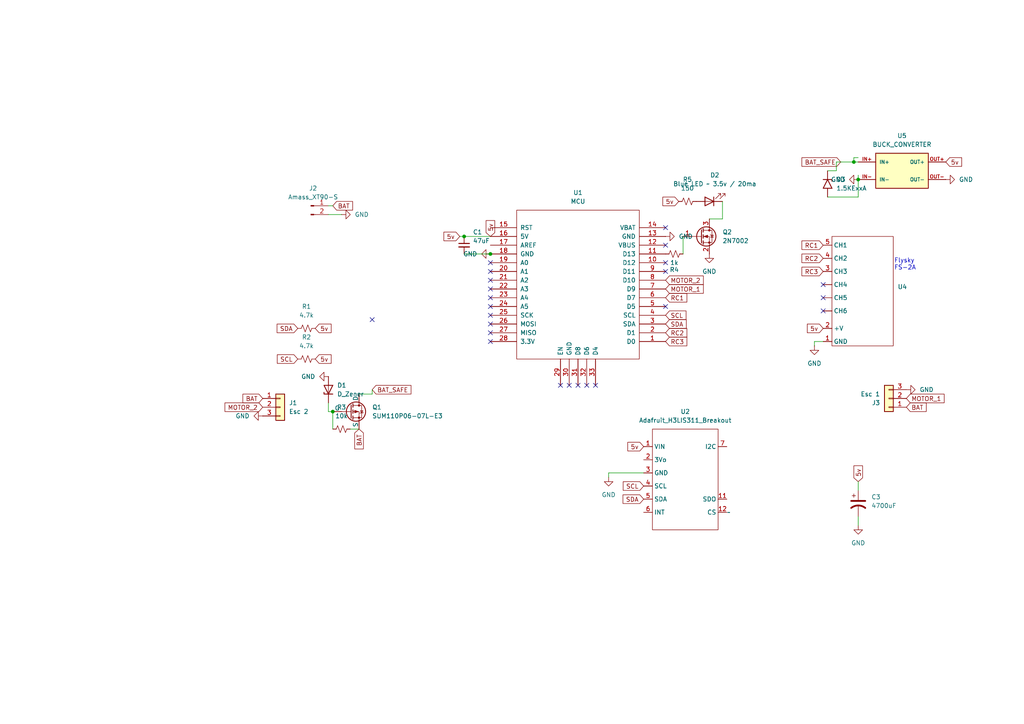
<source format=kicad_sch>
(kicad_sch (version 20250114) (generator "eeschema") (generator_version "9.0")
  (paper "A4")
  (lib_symbols
    (symbol "Adafruit ItsyBitsy 32u4 - 5V 16MHz:Adafruit_ItsyBitsy_32u4_-_5V_16MHz"
      (property "Reference" "U" (at 0 0 0))
    )
    (symbol "Adafruit ItsyBitsy 32u4 - 5V 16MHz:MCU" (pin_names (offset 1.016))
      (property "Reference" "U" (at 0 -2.54 0))
      (property "Value" "MCU" (at 0 2.54 0))
      (symbol "MCU_1_0"
        (rectangle (start -17.78 -21.59) (end 17.78 21.59))
      )
      (symbol "MCU_1_1"
        (pin input line (at -25.4 16.51 0) (length 7.62) (name "RST") (number "15"))
        (pin input line (at -25.4 13.97 0) (length 7.62) (name "5V") (number "16"))
        (pin input line (at -25.4 11.43 0) (length 7.62) (name "AREF") (number "17"))
        (pin input line (at -25.4 8.89 0) (length 7.62) (name "GND") (number "18"))
        (pin input line (at -25.4 6.35 0) (length 7.62) (name "A0") (number "19"))
        (pin input line (at -25.4 3.81 0) (length 7.62) (name "A1") (number "20"))
        (pin input line (at -25.4 1.27 0) (length 7.62) (name "A2") (number "21"))
        (pin input line (at -25.4 -1.27 0) (length 7.62) (name "A3") (number "22"))
        (pin input line (at -25.4 -3.81 0) (length 7.62) (name "A4") (number "23"))
        (pin input line (at -25.4 -6.35 0) (length 7.62) (name "A5") (number "24"))
        (pin input line (at -25.4 -8.89 0) (length 7.62) (name "SCK") (number "25"))
        (pin input line (at -25.4 -11.43 0) (length 7.62) (name "MOSI") (number "26"))
        (pin input line (at -25.4 -13.97 0) (length 7.62) (name "MISO") (number "27"))
        (pin input line (at -25.4 -16.51 0) (length 7.62) (name "3.3V") (number "28"))
        (pin input line (at -5.08 -29.21 90) (length 7.62) (name "EN") (number "29"))
        (pin input line (at -2.54 -29.21 90) (length 7.62) (name "GND") (number "30"))
        (pin input line (at 0 -29.21 90) (length 7.62) (name "D8") (number "31"))
        (pin input line (at 2.54 -29.21 90) (length 7.62) (name "D6") (number "32"))
        (pin input line (at 5.08 -29.21 90) (length 7.62) (name "D4") (number "33"))
        (pin input line (at 25.4 16.51 180) (length 7.62) (name "VBAT") (number "14"))
        (pin input line (at 25.4 13.97 180) (length 7.62) (name "GND") (number "13"))
        (pin input line (at 25.4 11.43 180) (length 7.62) (name "VBUS") (number "12"))
        (pin input line (at 25.4 8.89 180) (length 7.62) (name "D13") (number "11"))
        (pin input line (at 25.4 6.35 180) (length 7.62) (name "D12") (number "10"))
        (pin input line (at 25.4 3.81 180) (length 7.62) (name "D11") (number "9"))
        (pin input line (at 25.4 1.27 180) (length 7.62) (name "D10") (number "8"))
        (pin input line (at 25.4 -1.27 180) (length 7.62) (name "D9") (number "7"))
        (pin input line (at 25.4 -3.81 180) (length 7.62) (name "D7") (number "6"))
        (pin input line (at 25.4 -6.35 180) (length 7.62) (name "D5") (number "5"))
        (pin input line (at 25.4 -8.89 180) (length 7.62) (name "SCL") (number "4"))
        (pin input line (at 25.4 -11.43 180) (length 7.62) (name "SDA") (number "3"))
        (pin input line (at 25.4 -13.97 180) (length 7.62) (name "D1") (number "2"))
        (pin input line (at 25.4 -16.51 180) (length 7.62) (name "D0") (number "1"))
      )
    )
    (symbol "Amass_XT60PW:Amass_XT60PW" (pin_names (offset 1.016) (hide yes))
      (property "Reference" "J" (at -5.08 2.54 0))
      (property "Value" "Amass_XT60PW" (at -2.54 -5.08 0))
      (symbol "Amass_XT60PW_1_1"
        (rectangle (start -4.2164 0.127) (end -5.08 -0.127) (stroke (width 0.1524)) (fill (type outline)))
        (rectangle (start -4.2164 -2.413) (end -5.08 -2.667) (stroke (width 0.1524)) (fill (type outline)))
        (polyline (pts (xy -3.81 0) (xy -4.2164 0)) (stroke (width 0.1524)))
        (polyline (pts (xy -3.81 -2.54) (xy -4.2164 -2.54)) (stroke (width 0.1524)))
        (pin passive line (at 0 0 180) (length 3.81) (name "Pin_1") (number "1"))
        (pin passive line (at 0 -2.54 180) (length 3.81) (name "Pin_2") (number "2"))
      )
    )
    (symbol "Connector_Generic:Conn_01x03" (pin_names (offset 1.016) (hide yes))
      (property "Reference" "J" (at 0 5.08 0))
      (property "Value" "Conn_01x03" (at 0 -5.08 0))
      (symbol "Conn_01x03_1_1"
        (rectangle (start -1.27 3.81) (end 1.27 -3.81) (stroke (width 0.254)) (fill (type background)))
        (rectangle (start -1.27 2.667) (end 0 2.413) (stroke (width 0.1524)))
        (rectangle (start -1.27 0.127) (end 0 -0.127) (stroke (width 0.1524)))
        (rectangle (start -1.27 -2.413) (end 0 -2.667) (stroke (width 0.1524)))
        (pin passive line (at -5.08 2.54 0) (length 3.81) (name "Pin_1") (number "1"))
        (pin passive line (at -5.08 0 0) (length 3.81) (name "Pin_2") (number "2"))
        (pin passive line (at -5.08 -2.54 0) (length 3.81) (name "Pin_3") (number "3"))
      )
    )
    (symbol "Device:Adafruit_H3LIS311_Breakout"
      (property "Reference" "U2" (at 18.415 36.83 0))
      (property "Value" "Adafruit_H3LIS311_Breakout" (at 18.415 34.29 0))
      (symbol "Adafruit_H3LIS311_Breakout_0_1"
        (rectangle (start 8.89 31.75) (end 27.94 2.54))
      )
      (symbol "Adafruit_H3LIS311_Breakout_1_1"
        (pin input line (at 6.35 26.67 0) (length 2.54) (name "VIN") (number "1"))
        (pin input line (at 6.35 22.86 0) (length 2.54) (name "3Vo") (number "2"))
        (pin input line (at 6.35 19.05 0) (length 2.54) (name "GND") (number "3"))
        (pin input line (at 6.35 15.24 0) (length 2.54) (name "SCL") (number "4"))
        (pin input line (at 6.35 11.43 0) (length 2.54) (name "SDA") (number "5"))
        (pin input line (at 6.35 7.62 0) (length 2.54) (name "INT") (number "6"))
        (pin input line (at 30.48 26.67 180) (length 2.54) (name "I2C") (number "7"))
        (pin input line (at 30.48 11.43 180) (length 2.54) (name "SDO") (number "11"))
        (pin input line (at 30.48 7.62 180) (length 2.54) (name "CS") (number "12"))
      )
    )
    (symbol "Device:C_Polarized_US" (pin_numbers (hide yes)) (pin_names (offset 0.254) (hide yes))
      (property "Reference" "C" (at 0.635 2.54 0))
      (property "Value" "C_Polarized_US" (at 0.635 -2.54 0))
      (symbol "C_Polarized_US_0_1"
        (polyline (pts (xy -2.032 0.762) (xy 2.032 0.762)) (stroke (width 0.508)))
        (polyline (pts (xy -1.778 2.286) (xy -0.762 2.286)))
        (polyline (pts (xy -1.27 1.778) (xy -1.27 2.794)))
        (arc (start -2.032 -1.27) (mid 0 -0.5572) (end 2.032 -1.27) (stroke (width 0.508)))
      )
      (symbol "C_Polarized_US_1_1"
        (pin passive line (at 0 3.81 270) (length 2.794) (name "~") (number "1"))
        (pin passive line (at 0 -3.81 90) (length 3.302) (name "~") (number "2"))
      )
    )
    (symbol "Device:D_Zener" (pin_numbers (hide yes)) (pin_names (offset 1.016) (hide yes))
      (property "Reference" "D" (at 0 2.54 0))
      (property "Value" "D_Zener" (at 0 -2.54 0))
      (symbol "D_Zener_0_1"
        (polyline (pts (xy -1.27 -1.27) (xy -1.27 1.27) (xy -0.762 1.27)) (stroke (width 0.254)))
        (polyline (pts (xy 1.27 0) (xy -1.27 0)))
        (polyline (pts (xy 1.27 -1.27) (xy 1.27 1.27) (xy -1.27 0) (xy 1.27 -1.27)) (stroke (width 0.254)))
      )
      (symbol "D_Zener_1_1"
        (pin passive line (at -3.81 0 0) (length 2.54) (name "K") (number "1"))
        (pin passive line (at 3.81 0 180) (length 2.54) (name "A") (number "2"))
      )
    )
    (symbol "Device:LED" (pin_numbers (hide yes)) (pin_names (offset 1.016) (hide yes))
      (property "Reference" "D" (at 0 2.54 0))
      (property "Value" "LED" (at 0 -2.54 0))
      (symbol "LED_0_1"
        (polyline (pts (xy -3.048 -0.762) (xy -4.572 -2.286) (xy -3.81 -2.286) (xy -4.572 -2.286) (xy -4.572 -1.524)))
        (polyline (pts (xy -1.778 -0.762) (xy -3.302 -2.286) (xy -2.54 -2.286) (xy -3.302 -2.286) (xy -3.302 -1.524)))
        (polyline (pts (xy -1.27 0) (xy 1.27 0)))
        (polyline (pts (xy -1.27 -1.27) (xy -1.27 1.27)) (stroke (width 0.254)))
        (polyline (pts (xy 1.27 -1.27) (xy 1.27 1.27) (xy -1.27 0) (xy 1.27 -1.27)) (stroke (width 0.254)))
      )
      (symbol "LED_1_1"
        (pin passive line (at -3.81 0 0) (length 2.54) (name "K") (number "1"))
        (pin passive line (at 3.81 0 180) (length 2.54) (name "A") (number "2"))
      )
    )
    (symbol "Device:RC_RECEIVER"
      (property "Reference" "U4" (at 31.75 19.6851 0))
      (symbol "RC_RECEIVER_0_1"
        (rectangle (start 12.7 34.29) (end 30.48 2.54))
      )
      (symbol "RC_RECEIVER_1_1"
        (pin input line (at 10.16 31.75 0) (length 2.54) (name "CH1") (number "5"))
        (pin input line (at 10.16 27.94 0) (length 2.54) (name "CH2") (number "4"))
        (pin input line (at 10.16 24.13 0) (length 2.54) (name "CH3") (number "3"))
        (pin input line (at 10.16 20.32 0) (length 2.54) (name "CH4") (number ""))
        (pin input line (at 10.16 16.51 0) (length 2.54) (name "CH5") (number ""))
        (pin input line (at 10.16 12.7 0) (length 2.54) (name "CH6") (number ""))
        (pin input line (at 10.16 7.62 0) (length 2.54) (name "+V") (number "2"))
        (pin input line (at 10.16 3.81 0) (length 2.54) (name "GND") (number "1"))
      )
    )
    (symbol "Diode:1.5KExxA" (pin_numbers (hide yes)) (pin_names (offset 1.016) (hide yes))
      (property "Reference" "D" (at 0 2.54 0))
      (property "Value" "1.5KExxA" (at 0 -2.54 0))
      (symbol "1.5KExxA_0_1"
        (polyline (pts (xy -0.762 1.27) (xy -1.27 1.27) (xy -1.27 -1.27)) (stroke (width 0.254)))
        (polyline (pts (xy 1.27 1.27) (xy 1.27 -1.27) (xy -1.27 0) (xy 1.27 1.27)) (stroke (width 0.254)))
      )
      (symbol "1.5KExxA_1_1"
        (pin passive line (at -3.81 0 0) (length 2.54) (name "A1") (number "1"))
        (pin passive line (at 3.81 0 180) (length 2.54) (name "A2") (number "2"))
      )
    )
    (symbol "Simulation_SPICE:PMOS" (pin_numbers (hide yes)) (pin_names (offset 0))
      (property "Reference" "Q" (at 5.08 1.27 0))
      (property "Value" "PMOS" (at 5.08 -1.27 0))
      (symbol "PMOS_0_1"
        (polyline (pts (xy 0.254 1.905) (xy 0.254 -1.905)) (stroke (width 0.254)))
        (polyline (pts (xy 0.254 0) (xy -2.54 0)))
        (polyline (pts (xy 0.762 2.286) (xy 0.762 1.27)) (stroke (width 0.254)))
        (polyline (pts (xy 0.762 1.778) (xy 3.302 1.778) (xy 3.302 -1.778) (xy 0.762 -1.778)))
        (polyline (pts (xy 0.762 0.508) (xy 0.762 -0.508)) (stroke (width 0.254)))
        (polyline (pts (xy 0.762 -1.27) (xy 0.762 -2.286)) (stroke (width 0.254)))
        (circle (center 1.651 0) (radius 2.794) (stroke (width 0.254)))
        (polyline (pts (xy 2.286 0) (xy 1.27 0.381) (xy 1.27 -0.381) (xy 2.286 0)) (fill (type outline)))
        (polyline (pts (xy 2.54 2.54) (xy 2.54 1.778)))
        (circle (center 2.54 1.778) (radius 0.254) (fill (type outline)))
        (circle (center 2.54 -1.778) (radius 0.254) (fill (type outline)))
        (polyline (pts (xy 2.54 -2.54) (xy 2.54 0) (xy 0.762 0)))
        (polyline (pts (xy 2.794 -0.508) (xy 2.921 -0.381) (xy 3.683 -0.381) (xy 3.81 -0.254)))
        (polyline (pts (xy 3.302 -0.381) (xy 2.921 0.254) (xy 3.683 0.254) (xy 3.302 -0.381)))
      )
      (symbol "PMOS_1_1"
        (pin input line (at -5.08 0 0) (length 2.54) (name "G") (number "2"))
        (pin passive line (at 2.54 5.08 270) (length 2.54) (name "D") (number "1"))
        (pin passive line (at 2.54 -5.08 90) (length 2.54) (name "S") (number "3"))
      )
    )
    (symbol "SparkFun-Capacitor:47uF_0805_6.3V_20%" (pin_numbers (hide yes)) (pin_names (offset 0.254))
      (property "Reference" "C" (at 0.635 2.54 0))
      (property "Value" "47uF" (at 0.635 -2.54 0))
      (property "Voltage" "6.3V" (at 0 -6.35 0))
      (property "Tolerance" "20%" (at 0 -8.89 0))
      (symbol "47uF_0805_6.3V_20%_0_1"
        (polyline (pts (xy -1.524 0.508) (xy 1.524 0.508)) (stroke (width 0.3048)))
        (polyline (pts (xy -1.524 -0.508) (xy 1.524 -0.508)) (stroke (width 0.3302)))
      )
      (symbol "47uF_0805_6.3V_20%_1_1"
        (pin passive line (at 0 2.54 270) (length 2.032) (name "~") (number "1"))
        (pin passive line (at 0 -2.54 90) (length 2.032) (name "~") (number "2"))
      )
    )
    (symbol "SparkFun-Resistor:10k_0402" (pin_numbers (hide yes)) (pin_names (offset 0))
      (property "Reference" "R" (at 0 -2.54 0))
      (property "Value" "10k" (at 0 2.54 0))
      (symbol "10k_0402_0_1"
        (polyline (pts (xy -1.524 0) (xy -1.143 1.016) (xy -0.762 0) (xy -0.381 -1.016) (xy 0 0)))
        (polyline (pts (xy 0 0) (xy 0.381 1.016) (xy 0.762 0) (xy 1.143 -1.016) (xy 1.524 0)))
      )
      (symbol "10k_0402_1_1"
        (pin passive line (at -2.54 0 0) (length 1.016) (name "~") (number "1"))
        (pin passive line (at 2.54 0 180) (length 1.016) (name "~") (number "2"))
      )
    )
    (symbol "Transistor_FET:2N7002" (pin_names (hide yes))
      (property "Reference" "Q" (at 5.08 1.905 0))
      (property "Value" "2N7002" (at 5.08 0 0))
      (symbol "2N7002_0_1"
        (polyline (pts (xy 0.254 1.905) (xy 0.254 -1.905)) (stroke (width 0.254)))
        (polyline (pts (xy 0.254 0) (xy -2.54 0)))
        (polyline (pts (xy 0.762 2.286) (xy 0.762 1.27)) (stroke (width 0.254)))
        (polyline (pts (xy 0.762 0.508) (xy 0.762 -0.508)) (stroke (width 0.254)))
        (polyline (pts (xy 0.762 -1.27) (xy 0.762 -2.286)) (stroke (width 0.254)))
        (polyline (pts (xy 0.762 -1.778) (xy 3.302 -1.778) (xy 3.302 1.778) (xy 0.762 1.778)))
        (polyline (pts (xy 1.016 0) (xy 2.032 0.381) (xy 2.032 -0.381) (xy 1.016 0)) (fill (type outline)))
        (circle (center 1.651 0) (radius 2.794) (stroke (width 0.254)))
        (polyline (pts (xy 2.54 2.54) (xy 2.54 1.778)))
        (circle (center 2.54 1.778) (radius 0.254) (fill (type outline)))
        (circle (center 2.54 -1.778) (radius 0.254) (fill (type outline)))
        (polyline (pts (xy 2.54 -2.54) (xy 2.54 0) (xy 0.762 0)))
        (polyline (pts (xy 2.794 0.508) (xy 2.921 0.381) (xy 3.683 0.381) (xy 3.81 0.254)))
        (polyline (pts (xy 3.302 0.381) (xy 2.921 -0.254) (xy 3.683 -0.254) (xy 3.302 0.381)))
      )
      (symbol "2N7002_1_1"
        (pin input line (at -5.08 0 0) (length 2.54) (name "G") (number "1"))
        (pin passive line (at 2.54 5.08 270) (length 2.54) (name "D") (number "3"))
        (pin passive line (at 2.54 -5.08 90) (length 2.54) (name "S") (number "2"))
      )
    )
    (symbol "buck converter:BUCK_CONVERTER" (pin_names (offset 1.016))
      (property "Reference" "U" (at 0 0 0))
      (property "Value" "BUCK_CONVERTER" (at 0 0 0))
      (symbol "BUCK_CONVERTER_0_0"
        (rectangle (start -7.62 -5.08) (end 7.62 5.08) (stroke (width 0.254)) (fill (type background)))
        (pin bidirectional line (at -12.7 2.54 0) (length 5.08) (name "IN+") (number "IN+"))
        (pin bidirectional line (at -12.7 -2.54 0) (length 5.08) (name "IN-") (number "IN-"))
        (pin bidirectional line (at 12.7 2.54 180) (length 5.08) (name "OUT+") (number "OUT+"))
        (pin bidirectional line (at 12.7 -2.54 180) (length 5.08) (name "OUT-") (number "OUT-"))
      )
    )
    (symbol "power:GND" (power) (pin_numbers (hide yes)) (pin_names (offset 0) (hide yes))
      (property "Value" "GND" (at 0 -3.81 0))
      (symbol "GND_0_1"
        (polyline (pts (xy 0 0) (xy 0 -1.27) (xy 1.27 -1.27) (xy 0 -2.54) (xy -1.27 -1.27) (xy 0 -1.27)))
      )
      (symbol "GND_1_1"
        (pin power_in line (at 0 0 270) (length 0) (name "~") (number "1"))
      )
    )
  )
  (text "Flysky\nFS-2A" (at 259.334 78.486 0) (effects (font (size 1.27 1.27)) (justify left bottom)))
  (junction (at 247.65 46.99))
  (junction (at 134.62 68.58))
  (junction (at 142.24 73.66))
  (junction (at 96.52 119.38))
  (junction (at 248.92 52.07))
  (no_connect (at 142.24 88.9))
  (no_connect (at 193.04 71.12))
  (no_connect (at 193.04 76.2))
  (no_connect (at 238.76 86.36))
  (no_connect (at 238.76 82.55))
  (no_connect (at 142.24 91.44))
  (no_connect (at 193.04 66.04))
  (no_connect (at 172.72 111.76))
  (no_connect (at 142.24 93.98))
  (no_connect (at 142.24 78.74))
  (no_connect (at 142.24 76.2))
  (no_connect (at 193.04 78.74))
  (no_connect (at 162.56 111.76))
  (no_connect (at 167.64 111.76))
  (no_connect (at 165.1 111.76))
  (no_connect (at 142.24 86.36))
  (no_connect (at 193.04 88.9))
  (no_connect (at 142.24 83.82))
  (no_connect (at 107.95 92.71))
  (no_connect (at 238.76 90.17))
  (no_connect (at 142.24 81.28))
  (no_connect (at 142.24 99.06))
  (no_connect (at 142.24 96.52))
  (no_connect (at 170.18 111.76))
  (wire (pts (xy 247.65 45.72) (xy 247.65 46.99)))
  (wire (pts (xy 209.55 58.42) (xy 209.55 63.5)))
  (wire (pts (xy 242.57 46.99) (xy 247.65 46.99)))
  (wire (pts (xy 134.62 68.58) (xy 142.24 68.58)))
  (wire (pts (xy 96.52 119.38) (xy 96.52 124.46)))
  (wire (pts (xy 247.65 46.99) (xy 248.92 46.99)))
  (wire (pts (xy 176.53 137.16) (xy 176.53 138.43)))
  (wire (pts (xy 248.92 50.8) (xy 248.92 52.07)))
  (wire (pts (xy 240.03 57.15) (xy 248.92 57.15)))
  (wire (pts (xy 96.52 59.69) (xy 95.25 59.69)))
  (wire (pts (xy 248.92 149.86) (xy 248.92 152.4)))
  (wire (pts (xy 198.12 73.66) (xy 198.12 68.58)))
  (wire (pts (xy 248.92 139.7) (xy 248.92 142.24)))
  (wire (pts (xy 104.14 114.3) (xy 107.95 114.3)))
  (wire (pts (xy 248.92 45.72) (xy 247.65 45.72)))
  (wire (pts (xy 134.62 73.66) (xy 142.24 73.66)))
  (wire (pts (xy 99.06 62.23) (xy 95.25 62.23)))
  (wire (pts (xy 95.25 119.38) (xy 96.52 119.38)))
  (wire (pts (xy 240.03 49.53) (xy 242.57 49.53)))
  (wire (pts (xy 242.57 49.53) (xy 242.57 46.99)))
  (wire (pts (xy 107.95 114.3) (xy 107.95 113.03)))
  (wire (pts (xy 186.69 137.16) (xy 176.53 137.16)))
  (wire (pts (xy 95.25 116.84) (xy 95.25 119.38)))
  (wire (pts (xy 236.22 99.06) (xy 236.22 100.33)))
  (wire (pts (xy 238.76 99.06) (xy 236.22 99.06)))
  (wire (pts (xy 133.35 68.58) (xy 134.62 68.58)))
  (wire (pts (xy 101.6 124.46) (xy 104.14 124.46)))
  (wire (pts (xy 248.92 52.07) (xy 248.92 57.15)))
  (wire (pts (xy 209.55 63.5) (xy 205.74 63.5)))
  (global_label "5v" (shape input) (at 142.24 68.58 90) (property "Intersheetrefs" "${INTERSHEET_REFS}" (effects (hide yes))))
  (global_label "RC3" (shape input) (at 193.04 99.06 0) (property "Intersheetrefs" "${INTERSHEET_REFS}" (effects (hide yes))))
  (global_label "MOTOR_1" (shape input) (at 262.89 115.57 0) (property "Intersheetrefs" "${INTERSHEET_REFS}" (effects (hide yes))))
  (global_label "MOTOR_2" (shape input) (at 193.04 81.28 0) (property "Intersheetrefs" "${INTERSHEET_REFS}" (effects (hide yes))))
  (global_label "5v" (shape input) (at 196.85 58.42 180) (property "Intersheetrefs" "${INTERSHEET_REFS}" (effects (hide yes))))
  (global_label "RC2" (shape input) (at 193.04 96.52 0) (property "Intersheetrefs" "${INTERSHEET_REFS}" (effects (hide yes))))
  (global_label "SDA" (shape input) (at 193.04 93.98 0) (property "Intersheetrefs" "${INTERSHEET_REFS}" (effects (hide yes))))
  (global_label "BAT" (shape input) (at 96.52 59.69 0) (property "Intersheetrefs" "${INTERSHEET_REFS}" (effects (hide yes))))
  (global_label "RC3" (shape input) (at 238.76 78.74 180) (property "Intersheetrefs" "${INTERSHEET_REFS}" (effects (hide yes))))
  (global_label "BAT_SAFE" (shape input) (at 107.95 113.03 0) (property "Intersheetrefs" "${INTERSHEET_REFS}" (effects (hide yes))))
  (global_label "SDA" (shape input) (at 186.69 144.78 180) (property "Intersheetrefs" "${INTERSHEET_REFS}" (effects (hide yes))))
  (global_label "5v" (shape input) (at 186.69 129.54 180) (property "Intersheetrefs" "${INTERSHEET_REFS}" (effects (hide yes))))
  (global_label "SDA" (shape input) (at 86.36 95.25 180) (property "Intersheetrefs" "${INTERSHEET_REFS}" (effects (hide yes))))
  (global_label "MOTOR_1" (shape input) (at 193.04 83.82 0) (property "Intersheetrefs" "${INTERSHEET_REFS}" (effects (hide yes))))
  (global_label "RC1" (shape input) (at 193.04 86.36 0) (property "Intersheetrefs" "${INTERSHEET_REFS}" (effects (hide yes))))
  (global_label "BAT" (shape input) (at 104.14 124.46 270) (property "Intersheetrefs" "${INTERSHEET_REFS}" (effects (hide yes))))
  (global_label "SCL" (shape input) (at 186.69 140.97 180) (property "Intersheetrefs" "${INTERSHEET_REFS}" (effects (hide yes))))
  (global_label "5v" (shape input) (at 274.32 46.99 0) (property "Intersheetrefs" "${INTERSHEET_REFS}" (effects (hide yes))))
  (global_label "5v" (shape input) (at 238.76 95.25 180) (property "Intersheetrefs" "${INTERSHEET_REFS}" (effects (hide yes))))
  (global_label "RC2" (shape input) (at 238.76 74.93 180) (property "Intersheetrefs" "${INTERSHEET_REFS}" (effects (hide yes))))
  (global_label "RC1" (shape input) (at 238.76 71.12 180) (property "Intersheetrefs" "${INTERSHEET_REFS}" (effects (hide yes))))
  (global_label "5v" (shape input) (at 133.35 68.58 180) (property "Intersheetrefs" "${INTERSHEET_REFS}" (effects (hide yes))))
  (global_label "SCL" (shape input) (at 86.36 104.14 180) (property "Intersheetrefs" "${INTERSHEET_REFS}" (effects (hide yes))))
  (global_label "BAT" (shape input) (at 262.89 118.11 0) (property "Intersheetrefs" "${INTERSHEET_REFS}" (effects (hide yes))))
  (global_label "5v" (shape input) (at 91.44 95.25 0) (property "Intersheetrefs" "${INTERSHEET_REFS}" (effects (hide yes))))
  (global_label "SCL" (shape input) (at 193.04 91.44 0) (property "Intersheetrefs" "${INTERSHEET_REFS}" (effects (hide yes))))
  (global_label "MOTOR_2" (shape input) (at 76.2 118.11 180) (property "Intersheetrefs" "${INTERSHEET_REFS}" (effects (hide yes))))
  (global_label "5v" (shape input) (at 248.92 139.7 90) (property "Intersheetrefs" "${INTERSHEET_REFS}" (effects (hide yes))))
  (global_label "BAT" (shape input) (at 76.2 115.57 180) (property "Intersheetrefs" "${INTERSHEET_REFS}" (effects (hide yes))))
  (global_label "5v" (shape input) (at 91.44 104.14 0) (property "Intersheetrefs" "${INTERSHEET_REFS}" (effects (hide yes))))
  (global_label "BAT_SAFE" (shape input) (at 243.84 46.99 180) (property "Intersheetrefs" "${INTERSHEET_REFS}" (effects (hide yes))))
  (symbol (lib_id "Simulation_SPICE:PMOS") (at 101.6 119.38 0) (unit 1)
    (property "Reference" "Q1" (at 107.95 118.1099 0) (effects (justify left)))
    (property "Value" "SUM110P06-07L-E3" (at 107.95 120.6499 0) (effects (justify left)))
    (property "Footprint" "Package_TO_SOT_SMD:TO-263-2" (effects (hide yes)))
    (property "Datasheet" "https://ngspice.sourceforge.io/docs/ngspice-html-manual/manual.xhtml#cha_MOSFETs" (effects (hide yes)))
    (property "Description" "P-MOSFET transistor, drain/source/gate" (effects (hide yes)))
    (property "Sim.Device" "PMOS" (effects (hide yes)))
    (property "Sim.Type" "VDMOS" (effects (hide yes)))
    (property "Sim.Pins" "1=D 2=G 3=S" (effects (hide yes)))
  )
  (symbol (lib_id "Connector_Generic:Conn_01x03") (at 257.81 115.57 180) (unit 1)
    (property "Reference" "J3" (at 255.27 116.8401 0) (effects (justify left)))
    (property "Value" "Esc 1" (at 255.27 114.3001 0) (effects (justify left)))
    (property "Footprint" "3lbParts:ESC" (effects (hide yes)))
    (property "Description" "Generic connector, single row, 01x03, script generated (kicad-library-utils/schlib/autogen/connector/)" (effects (hide yes)))
  )
  (symbol (lib_id "Adafruit ItsyBitsy 32u4 - 5V 16MHz:MCU") (at 167.64 82.55 0) (unit 1)
    (property "Reference" "U1" (at 167.64 55.88 0))
    (property "Value" "MCU" (at 167.64 58.42 0))
    (property "Footprint" "Adafruit-Eagle-Library.kicad:Adafruit ItsyBitsy 32u4 - 5V 16MHz" (effects (hide yes)))
    (property "Datasheet" "DOCUMENTATION" (effects (hide yes)))
  )
  (symbol (lib_id "power:GND") (at 95.25 109.22 270) (unit 1)
    (property "Reference" "#PWR02" (effects (hide yes)))
    (property "Value" "GND" (at 91.44 109.2199 90) (effects (justify right)))
    (property "Description" "Power symbol creates a global label with name \"GND\" , ground" (effects (hide yes)))
  )
  (symbol (lib_id "power:GND") (at 274.32 52.07 90) (unit 1)
    (property "Reference" "#PWR011" (effects (hide yes)))
    (property "Value" "GND" (at 278.13 52.0699 90) (effects (justify right)))
    (property "Description" "Power symbol creates a global label with name \"GND\" , ground" (effects (hide yes)))
  )
  (symbol (lib_id "SparkFun-Capacitor:47uF_0805_6.3V_20%") (at 134.62 71.12 0) (unit 1)
    (property "Reference" "C1" (at 137.16 67.3162 0) (effects (justify left)))
    (property "Value" "47uF" (at 137.16 69.8562 0) (effects (justify left)))
    (property "Footprint" "SparkFun-Capacitor:C_0805_2012Metric" (effects (hide yes)))
    (property "Datasheet" "https://cdn.sparkfun.com/assets/8/a/4/a/5/Kemet_Capacitor_Datasheet.pdf" (effects (hide yes)))
    (property "Description" "Unpolarized capacitor" (effects (hide yes)))
    (property "PROD_ID" "CAP-13854" (effects (hide yes)))
    (property "Voltage" "6.3V" (effects (hide yes)))
    (property "Tolerance" "20%" (effects (hide yes)))
  )
  (symbol (lib_id "power:GND") (at 205.74 73.66 0) (unit 1)
    (property "Reference" "#PWR06" (effects (hide yes)))
    (property "Value" "GND" (at 205.74 78.74 0))
    (property "Description" "Power symbol creates a global label with name \"GND\" , ground" (effects (hide yes)))
  )
  (symbol (lib_id "power:GND") (at 176.53 138.43 0) (unit 1)
    (property "Reference" "#PWR04" (effects (hide yes)))
    (property "Value" "GND" (at 176.53 143.51 0))
    (property "Description" "Power symbol creates a global label with name \"GND\" , ground" (effects (hide yes)))
  )
  (symbol (lib_id "SparkFun-Resistor:10k_0402") (at 88.9 104.14 0) (unit 1)
    (property "Reference" "R2" (at 88.9 97.79 0))
    (property "Value" "4.7k" (at 88.9 100.33 0))
    (property "Footprint" "SparkFun-Resistor:R_0805_2012Metric" (effects (hide yes)))
    (property "Datasheet" "https://www.vishay.com/docs/20035/dcrcwe3.pdf" (effects (hide yes)))
    (property "Description" "Resistor" (effects (hide yes)))
    (property "PROD_ID" "RES-14241" (effects (hide yes)))
  )
  (symbol (lib_id "Adafruit ItsyBitsy 32u4 - 5V 16MHz:Adafruit_ItsyBitsy_32u4_-_5V_16MHz") (at 209.55 147.32 0) (unit 1)
    (property "Reference" "U3" (effects (hide yes)))
    (property "Value" "~" (at 210.82 148.59 0) (effects (justify left)))
  )
  (symbol (lib_id "power:GND") (at 236.22 100.33 0) (unit 1)
    (property "Reference" "#PWR07" (effects (hide yes)))
    (property "Value" "GND" (at 236.22 105.41 0))
    (property "Description" "Power symbol creates a global label with name \"GND\" , ground" (effects (hide yes)))
  )
  (symbol (lib_id "SparkFun-Resistor:10k_0402") (at 88.9 95.25 0) (unit 1)
    (property "Reference" "R1" (at 88.9 88.9 0))
    (property "Value" "4.7k" (at 88.9 91.44 0))
    (property "Footprint" "Resistor_SMD:R_0805_2012Metric" (effects (hide yes)))
    (property "Datasheet" "https://www.vishay.com/docs/20035/dcrcwe3.pdf" (effects (hide yes)))
    (property "Description" "Resistor" (effects (hide yes)))
    (property "PROD_ID" "RES-14241" (effects (hide yes)))
  )
  (symbol (lib_id "power:GND") (at 193.04 68.58 90) (unit 1)
    (property "Reference" "#PWR05" (effects (hide yes)))
    (property "Value" "GND" (at 196.85 68.5799 90) (effects (justify right)))
    (property "Description" "Power symbol creates a global label with name \"GND\" , ground" (effects (hide yes)))
  )
  (symbol (lib_id "Connector_Generic:Conn_01x03") (at 81.28 118.11 0) (unit 1)
    (property "Reference" "J1" (at 83.82 116.8399 0) (effects (justify left)))
    (property "Value" "Esc 2" (at 83.82 119.3799 0) (effects (justify left)))
    (property "Footprint" "3lbParts:ESC" (effects (hide yes)))
    (property "Description" "Generic connector, single row, 01x03, script generated (kicad-library-utils/schlib/autogen/connector/)" (effects (hide yes)))
  )
  (symbol (lib_id "Device:Adafruit_H3LIS311_Breakout") (at 180.34 156.21 0) (unit 1)
    (property "Reference" "U2" (at 198.755 119.38 0))
    (property "Value" "Adafruit_H3LIS311_Breakout" (at 198.755 121.92 0))
    (property "Footprint" "e3:h3" (effects (hide yes)))
  )
  (symbol (lib_id "Amass_XT60PW:Amass_XT60PW") (at 95.25 59.69 0) (unit 1)
    (property "Reference" "J2" (at 90.805 54.61 0))
    (property "Value" "Amass_XT90-S" (at 90.805 57.15 0))
    (property "Footprint" "Amass_XT60PW:Amass_XT60PW" (effects (hide yes)))
  )
  (symbol (lib_id "SparkFun-Resistor:10k_0402") (at 195.58 73.66 0) (unit 1)
    (property "Reference" "R4" (at 195.58 78.232 0))
    (property "Value" "1k" (at 195.58 76.2 0))
    (property "Footprint" "SparkFun-Resistor:R_0402_1005Metric" (effects (hide yes)))
    (property "Datasheet" "https://www.vishay.com/docs/20035/dcrcwe3.pdf" (effects (hide yes)))
    (property "Description" "Resistor" (effects (hide yes)))
    (property "PROD_ID" "RES-14241" (effects (hide yes)))
  )
  (symbol (lib_id "power:GND") (at 248.92 152.4 0) (unit 1)
    (property "Reference" "#PWR09" (effects (hide yes)))
    (property "Value" "GND" (at 248.92 157.48 0))
    (property "Description" "Power symbol creates a global label with name \"GND\" , ground" (effects (hide yes)))
  )
  (symbol (lib_id "Device:D_Zener") (at 95.25 113.03 90) (unit 1)
    (property "Reference" "D1" (at 97.79 111.7599 90) (effects (justify right)))
    (property "Value" "D_Zener" (at 97.79 114.2999 90) (effects (justify right)))
    (property "Footprint" "SparkFun-Semiconductor-Standard:SOD-123" (effects (hide yes)))
    (property "Description" "Zener diode" (effects (hide yes)))
  )
  (symbol (lib_id "Device:C_Polarized_US") (at 248.92 146.05 0) (unit 1)
    (property "Reference" "C3" (at 252.73 144.1449 0) (effects (justify left)))
    (property "Value" "4700uF" (at 252.73 146.6849 0) (effects (justify left)))
    (property "Footprint" "Capacitor_THT:CP_Radial_D12.5mm_P5.00mm" (effects (hide yes)))
    (property "Description" "Polarized capacitor, US symbol" (effects (hide yes)))
  )
  (symbol (lib_id "Transistor_FET:2N7002") (at 203.2 68.58 0) (unit 1)
    (property "Reference" "Q2" (at 209.55 67.3099 0) (effects (justify left)))
    (property "Value" "2N7002" (at 209.55 69.8499 0) (effects (justify left)))
    (property "Footprint" "Package_TO_SOT_SMD:SOT-23" (effects (hide yes)))
    (property "Datasheet" "https://www.onsemi.com/pub/Collateral/NDS7002A-D.PDF" (effects (hide yes)))
    (property "Description" "0.115A Id, 60V Vds, N-Channel MOSFET, SOT-23" (effects (hide yes)))
  )
  (symbol (lib_id "SparkFun-Resistor:10k_0402") (at 99.06 124.46 0) (unit 1)
    (property "Reference" "R3" (at 99.06 118.11 0))
    (property "Value" "10k" (at 99.06 120.65 0))
    (property "Footprint" "SparkFun-Resistor:R_0402_1005Metric" (effects (hide yes)))
    (property "Datasheet" "https://www.vishay.com/docs/20035/dcrcwe3.pdf" (effects (hide yes)))
    (property "Description" "Resistor" (effects (hide yes)))
    (property "PROD_ID" "RES-14241" (effects (hide yes)))
  )
  (symbol (lib_id "power:GND") (at 99.06 62.23 90) (unit 1)
    (property "Reference" "#PWR03" (effects (hide yes)))
    (property "Value" "GND" (at 102.87 62.2299 90) (effects (justify right)))
    (property "Description" "Power symbol creates a global label with name \"GND\" , ground" (effects (hide yes)))
  )
  (symbol (lib_id "Device:LED") (at 205.74 58.42 180) (unit 1)
    (property "Reference" "D2" (at 207.3275 50.8 0))
    (property "Value" "Blue LED ~ 3.5v / 20ma" (at 207.3275 53.34 0))
    (property "Footprint" "LED_THT:LED_D3.0mm" (effects (hide yes)))
    (property "Description" "Light emitting diode" (effects (hide yes)))
    (property "Sim.Pins" "1=K 2=A" (effects (hide yes)))
  )
  (symbol (lib_id "power:GND") (at 76.2 120.65 270) (unit 1)
    (property "Reference" "#PWR01" (effects (hide yes)))
    (property "Value" "GND" (at 72.39 120.6499 90) (effects (justify right)))
    (property "Description" "Power symbol creates a global label with name \"GND\" , ground" (effects (hide yes)))
  )
  (symbol (lib_id "power:GND") (at 262.89 113.03 90) (unit 1)
    (property "Reference" "#PWR010" (effects (hide yes)))
    (property "Value" "GND" (at 266.7 113.0301 90) (effects (justify right)))
    (property "Description" "Power symbol creates a global label with name \"GND\" , ground" (effects (hide yes)))
  )
  (symbol (lib_id "Device:RC_RECEIVER") (at 228.6 102.87 0) (unit 1)
    (property "Reference" "U4" (at 260.35 83.1849 0) (effects (justify left)))
    (property "Value" "RC_RECEIVER" (effects (hide yes)))
    (property "Footprint" "Connector_PinHeader_2.54mm:PinHeader_1x05_P2.54mm_Vertical" (effects (hide yes)))
  )
  (symbol (lib_id "power:GND") (at 248.92 52.07 270) (unit 1)
    (property "Reference" "#PWR08" (effects (hide yes)))
    (property "Value" "GND" (at 245.11 52.0699 90) (effects (justify right)))
    (property "Description" "Power symbol creates a global label with name \"GND\" , ground" (effects (hide yes)))
  )
  (symbol (lib_id "buck converter:BUCK_CONVERTER") (at 261.62 49.53 0) (unit 1)
    (property "Reference" "U5" (at 261.62 39.37 0))
    (property "Value" "BUCK_CONVERTER" (at 261.62 41.91 0))
    (property "Footprint" "Buck converter:MP1584" (effects (hide yes)))
    (property "MF" "Texas Instruments" (effects (hide yes)))
    (property "Description_1" "XFRMR ISOL BUCK DC/DC CONV SMD" (effects (hide yes)))
    (property "Package" "None" (effects (hide yes)))
    (property "Price" "None" (effects (hide yes)))
    (property "SnapEDA_Link" "https://www.snapeda.com/parts/Buck%20Converter/Texas+Instruments/view-part/?ref=snap" (effects (hide yes)))
    (property "MP" "Buck Converter" (effects (hide yes)))
    (property "Availability" "Not in stock" (effects (hide yes)))
    (property "Check_prices" "https://www.snapeda.com/parts/Buck%20Converter/Texas+Instruments/view-part/?ref=eda" (effects (hide yes)))
  )
  (symbol (lib_id "power:GND") (at 142.24 73.66 270) (unit 1)
    (property "Reference" "#PWR012" (effects (hide yes)))
    (property "Value" "GND" (at 138.43 73.6599 90) (effects (justify right)))
    (property "Description" "Power symbol creates a global label with name \"GND\" , ground" (effects (hide yes)))
  )
  (symbol (lib_id "Diode:1.5KExxA") (at 240.03 53.34 270) (unit 1)
    (property "Reference" "D3" (at 242.57 52.0699 90) (effects (justify left)))
    (property "Value" "1.5KExxA" (at 242.57 54.6099 90) (effects (justify left)))
    (property "Footprint" "Diode_THT:D_DO-201AE_P15.24mm_Horizontal" (effects (hide yes)))
    (property "Datasheet" "https://www.vishay.com/docs/88301/15ke.pdf" (effects (hide yes)))
    (property "Description" "1500W unidirectional TVS diode, DO-201AE" (effects (hide yes)))
  )
  (symbol (lib_id "SparkFun-Resistor:10k_0402") (at 199.39 58.42 0) (unit 1)
    (property "Reference" "R5" (at 199.39 52.07 0))
    (property "Value" "150" (at 199.39 54.61 0))
    (property "Footprint" "SparkFun-Resistor:R_0402_1005Metric" (effects (hide yes)))
    (property "Datasheet" "https://www.vishay.com/docs/20035/dcrcwe3.pdf" (effects (hide yes)))
    (property "Description" "Resistor" (effects (hide yes)))
    (property "PROD_ID" "RES-14241" (effects (hide yes)))
  )
)
</source>
